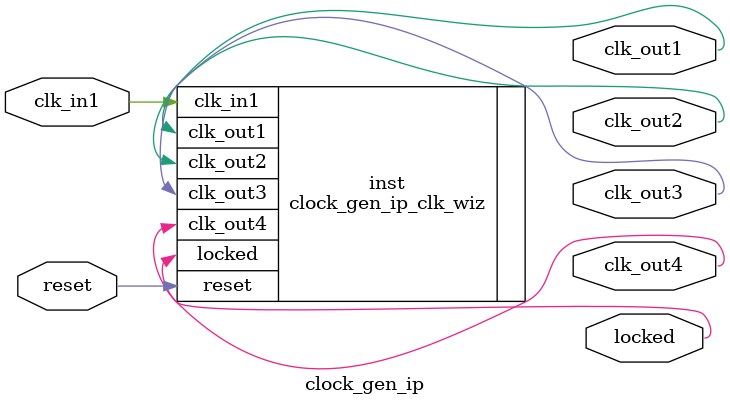
<source format=v>


`timescale 1ps/1ps

(* CORE_GENERATION_INFO = "clock_gen_ip,clk_wiz_v5_3_2_0,{component_name=clock_gen_ip,use_phase_alignment=true,use_min_o_jitter=false,use_max_i_jitter=false,use_dyn_phase_shift=false,use_inclk_switchover=false,use_dyn_reconfig=false,enable_axi=0,feedback_source=FDBK_AUTO,PRIMITIVE=PLL,num_out_clk=4,clkin1_period=25.0,clkin2_period=10.0,use_power_down=false,use_reset=true,use_locked=true,use_inclk_stopped=false,feedback_type=SINGLE,CLOCK_MGR_TYPE=NA,manual_override=false}" *)

module clock_gen_ip 
 (
  // Clock out ports
  output        clk_out1,
  output        clk_out2,
  output        clk_out3,
  output        clk_out4,
  // Status and control signals
  input         reset,
  output        locked,
 // Clock in ports
  input         clk_in1
 );

  clock_gen_ip_clk_wiz inst
  (
  // Clock out ports  
  .clk_out1(clk_out1),
  .clk_out2(clk_out2),
  .clk_out3(clk_out3),
  .clk_out4(clk_out4),
  // Status and control signals               
  .reset(reset), 
  .locked(locked),
 // Clock in ports
  .clk_in1(clk_in1)
  );

endmodule

</source>
